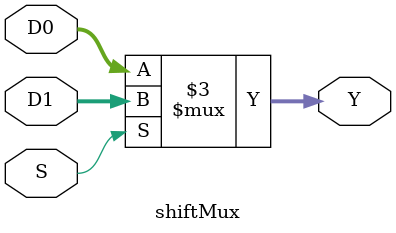
<source format=v>
`timescale 1ns / 1ps

module mux64 (D0, D1, S, Y);
    output reg [63:0] Y;
    input [63:0] D0, D1;
    input S;
    
    always @ (D0, D1, S) begin
        if (S)
            Y = D1;
        else
            Y = D0;
    end
endmodule

// 32-bit 2x1 multiplexer
module mux32 (D0, D1, S, Y);
    output reg [31:0] Y;
    input [31:0] D0, D1;
    input S;
    
    always @ (D0, D1, S) begin
        if (S)
            Y = D1;
        else
            Y = D0;
    end
endmodule

// 6-bit 2x1 multiplexer for shift amount
module shiftMux (D0, D1, S, Y);
    output reg [5:0] Y;
    input [5:0] D0, D1;
    input S;
    
    always @ (D0, D1, S) begin
        if (S)
            Y = D1;
        else
            Y = D0;
    end
endmodule
</source>
